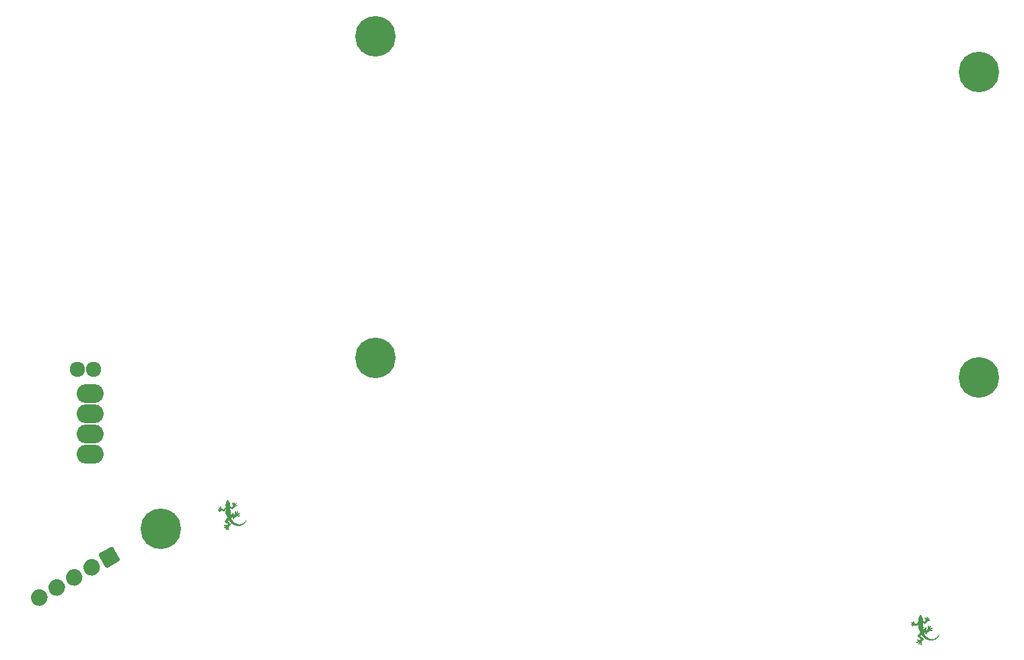
<source format=gbs>
G04 #@! TF.GenerationSoftware,KiCad,Pcbnew,(5.1.12-1-10_14)*
G04 #@! TF.CreationDate,2021-12-25T11:36:38+00:00*
G04 #@! TF.ProjectId,SofleKeyboardTopPlate,536f666c-654b-4657-9962-6f617264546f,rev?*
G04 #@! TF.SameCoordinates,Original*
G04 #@! TF.FileFunction,Soldermask,Bot*
G04 #@! TF.FilePolarity,Negative*
%FSLAX46Y46*%
G04 Gerber Fmt 4.6, Leading zero omitted, Abs format (unit mm)*
G04 Created by KiCad (PCBNEW (5.1.12-1-10_14)) date 2021-12-25 11:36:38*
%MOMM*%
%LPD*%
G01*
G04 APERTURE LIST*
%ADD10C,0.010000*%
%ADD11O,3.400000X2.400000*%
%ADD12O,1.924000X1.924000*%
%ADD13C,1.924000*%
%ADD14C,5.100000*%
G04 APERTURE END LIST*
D10*
G36*
X112355682Y-116856032D02*
G01*
X112327434Y-116900878D01*
X112296394Y-116970368D01*
X112282722Y-117005363D01*
X112260156Y-117061544D01*
X112239259Y-117107842D01*
X112222261Y-117139691D01*
X112211388Y-117152526D01*
X112210875Y-117152595D01*
X112199487Y-117164147D01*
X112195008Y-117195160D01*
X112195000Y-117196792D01*
X112190003Y-117238612D01*
X112177730Y-117283809D01*
X112175292Y-117290243D01*
X112166920Y-117314436D01*
X112162574Y-117339074D01*
X112162222Y-117370171D01*
X112165835Y-117413743D01*
X112173384Y-117475805D01*
X112174342Y-117483171D01*
X112193102Y-117626841D01*
X112052128Y-117811995D01*
X112007145Y-117871074D01*
X111967675Y-117922909D01*
X111936213Y-117964224D01*
X111915252Y-117991744D01*
X111907326Y-118002143D01*
X111893296Y-118002137D01*
X111861396Y-117995278D01*
X111817616Y-117983427D01*
X111767942Y-117968447D01*
X111718363Y-117952200D01*
X111674868Y-117936549D01*
X111643444Y-117923356D01*
X111631624Y-117916398D01*
X111610898Y-117890792D01*
X111586151Y-117849920D01*
X111561154Y-117801484D01*
X111539676Y-117753187D01*
X111525489Y-117712730D01*
X111521900Y-117692268D01*
X111513739Y-117663887D01*
X111494361Y-117650151D01*
X111471426Y-117655704D01*
X111467390Y-117659230D01*
X111459289Y-117677419D01*
X111468244Y-117698844D01*
X111477510Y-117726125D01*
X111483078Y-117766532D01*
X111483800Y-117786571D01*
X111480054Y-117830386D01*
X111467299Y-117854353D01*
X111443268Y-117858956D01*
X111405689Y-117844678D01*
X111355155Y-117813918D01*
X111310450Y-117784694D01*
X111281994Y-117768692D01*
X111265243Y-117764548D01*
X111255653Y-117770898D01*
X111250168Y-117782396D01*
X111248387Y-117810223D01*
X111267657Y-117824436D01*
X111280283Y-117825700D01*
X111302777Y-117835822D01*
X111330193Y-117861034D01*
X111356304Y-117893604D01*
X111374882Y-117925800D01*
X111379828Y-117949289D01*
X111366425Y-117967955D01*
X111338210Y-117988072D01*
X111303608Y-118005490D01*
X111271045Y-118016061D01*
X111248945Y-118015635D01*
X111247285Y-118014560D01*
X111225412Y-118008743D01*
X111202731Y-118016223D01*
X111191903Y-118032685D01*
X111191895Y-118033433D01*
X111200263Y-118063269D01*
X111221293Y-118073722D01*
X111240050Y-118068311D01*
X111272059Y-118058136D01*
X111312843Y-118053960D01*
X111353957Y-118055474D01*
X111386955Y-118062373D01*
X111403352Y-118074245D01*
X111399176Y-118093525D01*
X111381006Y-118121735D01*
X111354855Y-118152156D01*
X111326735Y-118178069D01*
X111302659Y-118192755D01*
X111296190Y-118194000D01*
X111283499Y-118202785D01*
X111283030Y-118222531D01*
X111292536Y-118243321D01*
X111309772Y-118255239D01*
X111310076Y-118255299D01*
X111332276Y-118249040D01*
X111339713Y-118234805D01*
X111353838Y-118218503D01*
X111385698Y-118196374D01*
X111429227Y-118171464D01*
X111478362Y-118146819D01*
X111527037Y-118125484D01*
X111569187Y-118110507D01*
X111598304Y-118104933D01*
X111621951Y-118106720D01*
X111665189Y-118111741D01*
X111722515Y-118119294D01*
X111788427Y-118128677D01*
X111811206Y-118132069D01*
X111875814Y-118141436D01*
X111930812Y-118148728D01*
X111971656Y-118153395D01*
X111993802Y-118154888D01*
X111996418Y-118154461D01*
X112004150Y-118142453D01*
X112022703Y-118112898D01*
X112049541Y-118069852D01*
X112082132Y-118017373D01*
X112092967Y-117999887D01*
X112126719Y-117946209D01*
X112155652Y-117901739D01*
X112177250Y-117870227D01*
X112188996Y-117855425D01*
X112190282Y-117854847D01*
X112190779Y-117868252D01*
X112189775Y-117903575D01*
X112187431Y-117957393D01*
X112183908Y-118026278D01*
X112179370Y-118106805D01*
X112174805Y-118182310D01*
X112154707Y-118505150D01*
X112282765Y-118750899D01*
X112319854Y-118823453D01*
X112351926Y-118888857D01*
X112377395Y-118943654D01*
X112394679Y-118984389D01*
X112402192Y-119007605D01*
X112402086Y-119011249D01*
X112392350Y-119025371D01*
X112369897Y-119056880D01*
X112336981Y-119102643D01*
X112295858Y-119159531D01*
X112248783Y-119224410D01*
X112224070Y-119258386D01*
X112175262Y-119325707D01*
X112131707Y-119386305D01*
X112095569Y-119437125D01*
X112069013Y-119475114D01*
X112054203Y-119497217D01*
X112051872Y-119501381D01*
X112060814Y-119511580D01*
X112087480Y-119534363D01*
X112128993Y-119567460D01*
X112182475Y-119608601D01*
X112245047Y-119655513D01*
X112277550Y-119679476D01*
X112343842Y-119728368D01*
X112402882Y-119772442D01*
X112451696Y-119809436D01*
X112487314Y-119837088D01*
X112506763Y-119853136D01*
X112509476Y-119856032D01*
X112502229Y-119869292D01*
X112478520Y-119890562D01*
X112444225Y-119915763D01*
X112405223Y-119940821D01*
X112367392Y-119961657D01*
X112341050Y-119972839D01*
X112295164Y-119981922D01*
X112229106Y-119986321D01*
X112163250Y-119986175D01*
X112102093Y-119983721D01*
X112060724Y-119979641D01*
X112033538Y-119972895D01*
X112014930Y-119962443D01*
X112009285Y-119957604D01*
X111988698Y-119941050D01*
X111974432Y-119942003D01*
X111960929Y-119953885D01*
X111946905Y-119977517D01*
X111946620Y-119993726D01*
X111952957Y-120013187D01*
X111953700Y-120017488D01*
X111964769Y-120021205D01*
X111991469Y-120022798D01*
X111992223Y-120022800D01*
X112025523Y-120028577D01*
X112068650Y-120043359D01*
X112094607Y-120055161D01*
X112131477Y-120075540D01*
X112149957Y-120092044D01*
X112155187Y-120110357D01*
X112154510Y-120121379D01*
X112146345Y-120144615D01*
X112124546Y-120166699D01*
X112084248Y-120192414D01*
X112079502Y-120195095D01*
X112036605Y-120217607D01*
X111997828Y-120235330D01*
X111976128Y-120243067D01*
X111945914Y-120259217D01*
X111933520Y-120283960D01*
X111942336Y-120310159D01*
X111967264Y-120325852D01*
X111993412Y-120323340D01*
X112010396Y-120303630D01*
X112010420Y-120303557D01*
X112022561Y-120287989D01*
X112050766Y-120275518D01*
X112099650Y-120264119D01*
X112100811Y-120263899D01*
X112145800Y-120256096D01*
X112172854Y-120254285D01*
X112188851Y-120259023D01*
X112200666Y-120270867D01*
X112201582Y-120272067D01*
X112213588Y-120291540D01*
X112218914Y-120313828D01*
X112218224Y-120346397D01*
X112212471Y-120394609D01*
X112203295Y-120435200D01*
X112188566Y-120455337D01*
X112180693Y-120458700D01*
X112164346Y-120468329D01*
X112165827Y-120489066D01*
X112167780Y-120494693D01*
X112186482Y-120521723D01*
X112210416Y-120529086D01*
X112231892Y-120516570D01*
X112241142Y-120496699D01*
X112251467Y-120464443D01*
X112268004Y-120421388D01*
X112278801Y-120395925D01*
X112300506Y-120354148D01*
X112321600Y-120331869D01*
X112340093Y-120324674D01*
X112358062Y-120323182D01*
X112370576Y-120330440D01*
X112381448Y-120351456D01*
X112394491Y-120391235D01*
X112396923Y-120399305D01*
X112408485Y-120445116D01*
X112414604Y-120484470D01*
X112414219Y-120506780D01*
X112416364Y-120534634D01*
X112434007Y-120551417D01*
X112458559Y-120554110D01*
X112481427Y-120539697D01*
X112486387Y-120532133D01*
X112491642Y-120507782D01*
X112479148Y-120491370D01*
X112470189Y-120480222D01*
X112465115Y-120461795D01*
X112463549Y-120431159D01*
X112465114Y-120383383D01*
X112467631Y-120340811D01*
X112471137Y-120290646D01*
X112475783Y-120250358D01*
X112483652Y-120215756D01*
X112496827Y-120182648D01*
X112517389Y-120146843D01*
X112547422Y-120104149D01*
X112589009Y-120050374D01*
X112644233Y-119981327D01*
X112649522Y-119974744D01*
X112681207Y-119936556D01*
X112705419Y-119907072D01*
X112720940Y-119883175D01*
X112726555Y-119861746D01*
X112721048Y-119839667D01*
X112703202Y-119813818D01*
X112671802Y-119781081D01*
X112625632Y-119738338D01*
X112563475Y-119682471D01*
X112520352Y-119643490D01*
X112344054Y-119483215D01*
X112449117Y-119384707D01*
X112491554Y-119345541D01*
X112527210Y-119313801D01*
X112552078Y-119292976D01*
X112561916Y-119286448D01*
X112571460Y-119296630D01*
X112591102Y-119323920D01*
X112617673Y-119363764D01*
X112639034Y-119397224D01*
X112698092Y-119480294D01*
X112772742Y-119568610D01*
X112856314Y-119655183D01*
X112942140Y-119733026D01*
X113009686Y-119785560D01*
X113079406Y-119829960D01*
X113162824Y-119875371D01*
X113251379Y-119917697D01*
X113336512Y-119952837D01*
X113407850Y-119976214D01*
X113493598Y-119994799D01*
X113590428Y-120008921D01*
X113688482Y-120017588D01*
X113777897Y-120019808D01*
X113821133Y-120017816D01*
X113973028Y-119992813D01*
X114119582Y-119944030D01*
X114258703Y-119872877D01*
X114388298Y-119780765D01*
X114506276Y-119669106D01*
X114610546Y-119539309D01*
X114670517Y-119444950D01*
X114699790Y-119394150D01*
X114664554Y-119438600D01*
X114621556Y-119488400D01*
X114566239Y-119546071D01*
X114504225Y-119606340D01*
X114441138Y-119663931D01*
X114382601Y-119713569D01*
X114334237Y-119749981D01*
X114328600Y-119753721D01*
X114202176Y-119822651D01*
X114069029Y-119870911D01*
X113932949Y-119897852D01*
X113797726Y-119902823D01*
X113667149Y-119885173D01*
X113626045Y-119874369D01*
X113546275Y-119845860D01*
X113456007Y-119805771D01*
X113364416Y-119758592D01*
X113280675Y-119708812D01*
X113260663Y-119695550D01*
X113192204Y-119645689D01*
X113130883Y-119593145D01*
X113073659Y-119534288D01*
X113017488Y-119465490D01*
X112959330Y-119383122D01*
X112896141Y-119283556D01*
X112848846Y-119204344D01*
X112774800Y-119078039D01*
X112894475Y-118966936D01*
X112939251Y-118926694D01*
X112976949Y-118895325D01*
X113004049Y-118875572D01*
X113017033Y-118870175D01*
X113017612Y-118870991D01*
X113020064Y-118888795D01*
X113024286Y-118926592D01*
X113029716Y-118979084D01*
X113035788Y-119040971D01*
X113036662Y-119050129D01*
X113052250Y-119214109D01*
X113256052Y-119017576D01*
X113325065Y-118951500D01*
X113379106Y-118901121D01*
X113421080Y-118864089D01*
X113453893Y-118838058D01*
X113480450Y-118820680D01*
X113503657Y-118809608D01*
X113520249Y-118804132D01*
X113565900Y-118796084D01*
X113622441Y-118792868D01*
X113682859Y-118794064D01*
X113740143Y-118799253D01*
X113787281Y-118808016D01*
X113817263Y-118819934D01*
X113819931Y-118822043D01*
X113840564Y-118834646D01*
X113861041Y-118827093D01*
X113864144Y-118824883D01*
X113881869Y-118800751D01*
X113879059Y-118776377D01*
X113858259Y-118760520D01*
X113844849Y-118758509D01*
X113814992Y-118753155D01*
X113774757Y-118740243D01*
X113732521Y-118723207D01*
X113696660Y-118705477D01*
X113675549Y-118690486D01*
X113674079Y-118688536D01*
X113668706Y-118658468D01*
X113688487Y-118626683D01*
X113733246Y-118593400D01*
X113759846Y-118578828D01*
X113803133Y-118557441D01*
X113839810Y-118540466D01*
X113861875Y-118531602D01*
X113880089Y-118515337D01*
X113882620Y-118488868D01*
X113868860Y-118463239D01*
X113843202Y-118448845D01*
X113822284Y-118457471D01*
X113814715Y-118471935D01*
X113799035Y-118489818D01*
X113762346Y-118506069D01*
X113728134Y-118515859D01*
X113684794Y-118526226D01*
X113658505Y-118529600D01*
X113641810Y-118525658D01*
X113627251Y-118514075D01*
X113624477Y-118511347D01*
X113607729Y-118479710D01*
X113601282Y-118435250D01*
X113604785Y-118388065D01*
X113617888Y-118348249D01*
X113630713Y-118331664D01*
X113652731Y-118302124D01*
X113650593Y-118273306D01*
X113641730Y-118261509D01*
X113619197Y-118252544D01*
X113594720Y-118258461D01*
X113580057Y-118275549D01*
X113579302Y-118281206D01*
X113574439Y-118302947D01*
X113561716Y-118339628D01*
X113544726Y-118381325D01*
X113524687Y-118424297D01*
X113508789Y-118448435D01*
X113492673Y-118458838D01*
X113476885Y-118460700D01*
X113457593Y-118458006D01*
X113443971Y-118446183D01*
X113431837Y-118419615D01*
X113420835Y-118385438D01*
X113409711Y-118340956D01*
X113404255Y-118302878D01*
X113404978Y-118283672D01*
X113402173Y-118256694D01*
X113383489Y-118240385D01*
X113357696Y-118239270D01*
X113339942Y-118250115D01*
X113326497Y-118270616D01*
X113333492Y-118293045D01*
X113335074Y-118295632D01*
X113343015Y-118322301D01*
X113348323Y-118370609D01*
X113350631Y-118436894D01*
X113350700Y-118452131D01*
X113350700Y-118583608D01*
X113252542Y-118719758D01*
X113216737Y-118769889D01*
X113189930Y-118805877D01*
X113170377Y-118826241D01*
X113156338Y-118829498D01*
X113146070Y-118814168D01*
X113137831Y-118778767D01*
X113129880Y-118721814D01*
X113120474Y-118641826D01*
X113115977Y-118603575D01*
X113107573Y-118536901D01*
X113099524Y-118480172D01*
X113092513Y-118437697D01*
X113087224Y-118413783D01*
X113085292Y-118410104D01*
X113073972Y-118418297D01*
X113046830Y-118441038D01*
X113006816Y-118475761D01*
X112956878Y-118519903D01*
X112899965Y-118570897D01*
X112888185Y-118581530D01*
X112830615Y-118633288D01*
X112779808Y-118678453D01*
X112738619Y-118714530D01*
X112709903Y-118739023D01*
X112696515Y-118749436D01*
X112695917Y-118749601D01*
X112695669Y-118736505D01*
X112696909Y-118702703D01*
X112699419Y-118652832D01*
X112702982Y-118591527D01*
X112704411Y-118568650D01*
X112707971Y-118500195D01*
X112709378Y-118435160D01*
X112708458Y-118367824D01*
X112705035Y-118292471D01*
X112698936Y-118203382D01*
X112689984Y-118094839D01*
X112689899Y-118093862D01*
X112682780Y-118009940D01*
X112676745Y-117934878D01*
X112672052Y-117872233D01*
X112668960Y-117825560D01*
X112667727Y-117798417D01*
X112668012Y-117792954D01*
X112679911Y-117797274D01*
X112709534Y-117811906D01*
X112752527Y-117834606D01*
X112804535Y-117863130D01*
X112809083Y-117865667D01*
X112861551Y-117894523D01*
X112905275Y-117917695D01*
X112935931Y-117932956D01*
X112949197Y-117938078D01*
X112949384Y-117937975D01*
X112969673Y-117912222D01*
X113001600Y-117874131D01*
X113041851Y-117827416D01*
X113087114Y-117775791D01*
X113134074Y-117722970D01*
X113179420Y-117672667D01*
X113219837Y-117628596D01*
X113252012Y-117594470D01*
X113272633Y-117574004D01*
X113277628Y-117570026D01*
X113320934Y-117550180D01*
X113371328Y-117532003D01*
X113421920Y-117517384D01*
X113465821Y-117508210D01*
X113496143Y-117506370D01*
X113503142Y-117508222D01*
X113528121Y-117510383D01*
X113546990Y-117495098D01*
X113551323Y-117470218D01*
X113549724Y-117464834D01*
X113540761Y-117455451D01*
X113519816Y-117451194D01*
X113481833Y-117451504D01*
X113448626Y-117453660D01*
X113400423Y-117456864D01*
X113371705Y-117456548D01*
X113356653Y-117451407D01*
X113349447Y-117440136D01*
X113346706Y-117430797D01*
X113345787Y-117402641D01*
X113359215Y-117371205D01*
X113389369Y-117332287D01*
X113421694Y-117298352D01*
X113450510Y-117262940D01*
X113459254Y-117235914D01*
X113447760Y-117219707D01*
X113427299Y-117216100D01*
X113405594Y-117224952D01*
X113401478Y-117238325D01*
X113390728Y-117259368D01*
X113363809Y-117283479D01*
X113328663Y-117305735D01*
X113293235Y-117321215D01*
X113265464Y-117325000D01*
X113262673Y-117324326D01*
X113242541Y-117306677D01*
X113225212Y-117273074D01*
X113213625Y-117232960D01*
X113210722Y-117195780D01*
X113216225Y-117175141D01*
X113222240Y-117150657D01*
X113214711Y-117138530D01*
X113191824Y-117128958D01*
X113171085Y-117138782D01*
X113161517Y-117162944D01*
X113161663Y-117168273D01*
X113162747Y-117197843D01*
X113162672Y-117240178D01*
X113162176Y-117262243D01*
X113159076Y-117302675D01*
X113151331Y-117324301D01*
X113136545Y-117333617D01*
X113135767Y-117333826D01*
X113113212Y-117328149D01*
X113085007Y-117305866D01*
X113056873Y-117273085D01*
X113034534Y-117235913D01*
X113027565Y-117218350D01*
X113012069Y-117195779D01*
X112990964Y-117193134D01*
X112967547Y-117204634D01*
X112959679Y-117224096D01*
X112969457Y-117242056D01*
X112979070Y-117246792D01*
X112993615Y-117261956D01*
X113011483Y-117295496D01*
X113030371Y-117341017D01*
X113047975Y-117392127D01*
X113061991Y-117442432D01*
X113070115Y-117485538D01*
X113071248Y-117502606D01*
X113063347Y-117534520D01*
X113040771Y-117582604D01*
X113005112Y-117643517D01*
X113000770Y-117650371D01*
X112930345Y-117760792D01*
X112794448Y-117689703D01*
X112740962Y-117661472D01*
X112695738Y-117637129D01*
X112663536Y-117619270D01*
X112649119Y-117610489D01*
X112649111Y-117610482D01*
X112646221Y-117595248D01*
X112645666Y-117560246D01*
X112647395Y-117510997D01*
X112650489Y-117463748D01*
X112654900Y-117399974D01*
X112656095Y-117355072D01*
X112653653Y-117322671D01*
X112647156Y-117296398D01*
X112637982Y-117273798D01*
X112623004Y-117231579D01*
X112614856Y-117190687D01*
X112614379Y-117182106D01*
X112608030Y-117148906D01*
X112594070Y-117137656D01*
X112580731Y-117124905D01*
X112560123Y-117093243D01*
X112534912Y-117047136D01*
X112511984Y-117000200D01*
X112473293Y-116922369D01*
X112439944Y-116869000D01*
X112410310Y-116840130D01*
X112382765Y-116835795D01*
X112355682Y-116856032D01*
G37*
X112355682Y-116856032D02*
X112327434Y-116900878D01*
X112296394Y-116970368D01*
X112282722Y-117005363D01*
X112260156Y-117061544D01*
X112239259Y-117107842D01*
X112222261Y-117139691D01*
X112211388Y-117152526D01*
X112210875Y-117152595D01*
X112199487Y-117164147D01*
X112195008Y-117195160D01*
X112195000Y-117196792D01*
X112190003Y-117238612D01*
X112177730Y-117283809D01*
X112175292Y-117290243D01*
X112166920Y-117314436D01*
X112162574Y-117339074D01*
X112162222Y-117370171D01*
X112165835Y-117413743D01*
X112173384Y-117475805D01*
X112174342Y-117483171D01*
X112193102Y-117626841D01*
X112052128Y-117811995D01*
X112007145Y-117871074D01*
X111967675Y-117922909D01*
X111936213Y-117964224D01*
X111915252Y-117991744D01*
X111907326Y-118002143D01*
X111893296Y-118002137D01*
X111861396Y-117995278D01*
X111817616Y-117983427D01*
X111767942Y-117968447D01*
X111718363Y-117952200D01*
X111674868Y-117936549D01*
X111643444Y-117923356D01*
X111631624Y-117916398D01*
X111610898Y-117890792D01*
X111586151Y-117849920D01*
X111561154Y-117801484D01*
X111539676Y-117753187D01*
X111525489Y-117712730D01*
X111521900Y-117692268D01*
X111513739Y-117663887D01*
X111494361Y-117650151D01*
X111471426Y-117655704D01*
X111467390Y-117659230D01*
X111459289Y-117677419D01*
X111468244Y-117698844D01*
X111477510Y-117726125D01*
X111483078Y-117766532D01*
X111483800Y-117786571D01*
X111480054Y-117830386D01*
X111467299Y-117854353D01*
X111443268Y-117858956D01*
X111405689Y-117844678D01*
X111355155Y-117813918D01*
X111310450Y-117784694D01*
X111281994Y-117768692D01*
X111265243Y-117764548D01*
X111255653Y-117770898D01*
X111250168Y-117782396D01*
X111248387Y-117810223D01*
X111267657Y-117824436D01*
X111280283Y-117825700D01*
X111302777Y-117835822D01*
X111330193Y-117861034D01*
X111356304Y-117893604D01*
X111374882Y-117925800D01*
X111379828Y-117949289D01*
X111366425Y-117967955D01*
X111338210Y-117988072D01*
X111303608Y-118005490D01*
X111271045Y-118016061D01*
X111248945Y-118015635D01*
X111247285Y-118014560D01*
X111225412Y-118008743D01*
X111202731Y-118016223D01*
X111191903Y-118032685D01*
X111191895Y-118033433D01*
X111200263Y-118063269D01*
X111221293Y-118073722D01*
X111240050Y-118068311D01*
X111272059Y-118058136D01*
X111312843Y-118053960D01*
X111353957Y-118055474D01*
X111386955Y-118062373D01*
X111403352Y-118074245D01*
X111399176Y-118093525D01*
X111381006Y-118121735D01*
X111354855Y-118152156D01*
X111326735Y-118178069D01*
X111302659Y-118192755D01*
X111296190Y-118194000D01*
X111283499Y-118202785D01*
X111283030Y-118222531D01*
X111292536Y-118243321D01*
X111309772Y-118255239D01*
X111310076Y-118255299D01*
X111332276Y-118249040D01*
X111339713Y-118234805D01*
X111353838Y-118218503D01*
X111385698Y-118196374D01*
X111429227Y-118171464D01*
X111478362Y-118146819D01*
X111527037Y-118125484D01*
X111569187Y-118110507D01*
X111598304Y-118104933D01*
X111621951Y-118106720D01*
X111665189Y-118111741D01*
X111722515Y-118119294D01*
X111788427Y-118128677D01*
X111811206Y-118132069D01*
X111875814Y-118141436D01*
X111930812Y-118148728D01*
X111971656Y-118153395D01*
X111993802Y-118154888D01*
X111996418Y-118154461D01*
X112004150Y-118142453D01*
X112022703Y-118112898D01*
X112049541Y-118069852D01*
X112082132Y-118017373D01*
X112092967Y-117999887D01*
X112126719Y-117946209D01*
X112155652Y-117901739D01*
X112177250Y-117870227D01*
X112188996Y-117855425D01*
X112190282Y-117854847D01*
X112190779Y-117868252D01*
X112189775Y-117903575D01*
X112187431Y-117957393D01*
X112183908Y-118026278D01*
X112179370Y-118106805D01*
X112174805Y-118182310D01*
X112154707Y-118505150D01*
X112282765Y-118750899D01*
X112319854Y-118823453D01*
X112351926Y-118888857D01*
X112377395Y-118943654D01*
X112394679Y-118984389D01*
X112402192Y-119007605D01*
X112402086Y-119011249D01*
X112392350Y-119025371D01*
X112369897Y-119056880D01*
X112336981Y-119102643D01*
X112295858Y-119159531D01*
X112248783Y-119224410D01*
X112224070Y-119258386D01*
X112175262Y-119325707D01*
X112131707Y-119386305D01*
X112095569Y-119437125D01*
X112069013Y-119475114D01*
X112054203Y-119497217D01*
X112051872Y-119501381D01*
X112060814Y-119511580D01*
X112087480Y-119534363D01*
X112128993Y-119567460D01*
X112182475Y-119608601D01*
X112245047Y-119655513D01*
X112277550Y-119679476D01*
X112343842Y-119728368D01*
X112402882Y-119772442D01*
X112451696Y-119809436D01*
X112487314Y-119837088D01*
X112506763Y-119853136D01*
X112509476Y-119856032D01*
X112502229Y-119869292D01*
X112478520Y-119890562D01*
X112444225Y-119915763D01*
X112405223Y-119940821D01*
X112367392Y-119961657D01*
X112341050Y-119972839D01*
X112295164Y-119981922D01*
X112229106Y-119986321D01*
X112163250Y-119986175D01*
X112102093Y-119983721D01*
X112060724Y-119979641D01*
X112033538Y-119972895D01*
X112014930Y-119962443D01*
X112009285Y-119957604D01*
X111988698Y-119941050D01*
X111974432Y-119942003D01*
X111960929Y-119953885D01*
X111946905Y-119977517D01*
X111946620Y-119993726D01*
X111952957Y-120013187D01*
X111953700Y-120017488D01*
X111964769Y-120021205D01*
X111991469Y-120022798D01*
X111992223Y-120022800D01*
X112025523Y-120028577D01*
X112068650Y-120043359D01*
X112094607Y-120055161D01*
X112131477Y-120075540D01*
X112149957Y-120092044D01*
X112155187Y-120110357D01*
X112154510Y-120121379D01*
X112146345Y-120144615D01*
X112124546Y-120166699D01*
X112084248Y-120192414D01*
X112079502Y-120195095D01*
X112036605Y-120217607D01*
X111997828Y-120235330D01*
X111976128Y-120243067D01*
X111945914Y-120259217D01*
X111933520Y-120283960D01*
X111942336Y-120310159D01*
X111967264Y-120325852D01*
X111993412Y-120323340D01*
X112010396Y-120303630D01*
X112010420Y-120303557D01*
X112022561Y-120287989D01*
X112050766Y-120275518D01*
X112099650Y-120264119D01*
X112100811Y-120263899D01*
X112145800Y-120256096D01*
X112172854Y-120254285D01*
X112188851Y-120259023D01*
X112200666Y-120270867D01*
X112201582Y-120272067D01*
X112213588Y-120291540D01*
X112218914Y-120313828D01*
X112218224Y-120346397D01*
X112212471Y-120394609D01*
X112203295Y-120435200D01*
X112188566Y-120455337D01*
X112180693Y-120458700D01*
X112164346Y-120468329D01*
X112165827Y-120489066D01*
X112167780Y-120494693D01*
X112186482Y-120521723D01*
X112210416Y-120529086D01*
X112231892Y-120516570D01*
X112241142Y-120496699D01*
X112251467Y-120464443D01*
X112268004Y-120421388D01*
X112278801Y-120395925D01*
X112300506Y-120354148D01*
X112321600Y-120331869D01*
X112340093Y-120324674D01*
X112358062Y-120323182D01*
X112370576Y-120330440D01*
X112381448Y-120351456D01*
X112394491Y-120391235D01*
X112396923Y-120399305D01*
X112408485Y-120445116D01*
X112414604Y-120484470D01*
X112414219Y-120506780D01*
X112416364Y-120534634D01*
X112434007Y-120551417D01*
X112458559Y-120554110D01*
X112481427Y-120539697D01*
X112486387Y-120532133D01*
X112491642Y-120507782D01*
X112479148Y-120491370D01*
X112470189Y-120480222D01*
X112465115Y-120461795D01*
X112463549Y-120431159D01*
X112465114Y-120383383D01*
X112467631Y-120340811D01*
X112471137Y-120290646D01*
X112475783Y-120250358D01*
X112483652Y-120215756D01*
X112496827Y-120182648D01*
X112517389Y-120146843D01*
X112547422Y-120104149D01*
X112589009Y-120050374D01*
X112644233Y-119981327D01*
X112649522Y-119974744D01*
X112681207Y-119936556D01*
X112705419Y-119907072D01*
X112720940Y-119883175D01*
X112726555Y-119861746D01*
X112721048Y-119839667D01*
X112703202Y-119813818D01*
X112671802Y-119781081D01*
X112625632Y-119738338D01*
X112563475Y-119682471D01*
X112520352Y-119643490D01*
X112344054Y-119483215D01*
X112449117Y-119384707D01*
X112491554Y-119345541D01*
X112527210Y-119313801D01*
X112552078Y-119292976D01*
X112561916Y-119286448D01*
X112571460Y-119296630D01*
X112591102Y-119323920D01*
X112617673Y-119363764D01*
X112639034Y-119397224D01*
X112698092Y-119480294D01*
X112772742Y-119568610D01*
X112856314Y-119655183D01*
X112942140Y-119733026D01*
X113009686Y-119785560D01*
X113079406Y-119829960D01*
X113162824Y-119875371D01*
X113251379Y-119917697D01*
X113336512Y-119952837D01*
X113407850Y-119976214D01*
X113493598Y-119994799D01*
X113590428Y-120008921D01*
X113688482Y-120017588D01*
X113777897Y-120019808D01*
X113821133Y-120017816D01*
X113973028Y-119992813D01*
X114119582Y-119944030D01*
X114258703Y-119872877D01*
X114388298Y-119780765D01*
X114506276Y-119669106D01*
X114610546Y-119539309D01*
X114670517Y-119444950D01*
X114699790Y-119394150D01*
X114664554Y-119438600D01*
X114621556Y-119488400D01*
X114566239Y-119546071D01*
X114504225Y-119606340D01*
X114441138Y-119663931D01*
X114382601Y-119713569D01*
X114334237Y-119749981D01*
X114328600Y-119753721D01*
X114202176Y-119822651D01*
X114069029Y-119870911D01*
X113932949Y-119897852D01*
X113797726Y-119902823D01*
X113667149Y-119885173D01*
X113626045Y-119874369D01*
X113546275Y-119845860D01*
X113456007Y-119805771D01*
X113364416Y-119758592D01*
X113280675Y-119708812D01*
X113260663Y-119695550D01*
X113192204Y-119645689D01*
X113130883Y-119593145D01*
X113073659Y-119534288D01*
X113017488Y-119465490D01*
X112959330Y-119383122D01*
X112896141Y-119283556D01*
X112848846Y-119204344D01*
X112774800Y-119078039D01*
X112894475Y-118966936D01*
X112939251Y-118926694D01*
X112976949Y-118895325D01*
X113004049Y-118875572D01*
X113017033Y-118870175D01*
X113017612Y-118870991D01*
X113020064Y-118888795D01*
X113024286Y-118926592D01*
X113029716Y-118979084D01*
X113035788Y-119040971D01*
X113036662Y-119050129D01*
X113052250Y-119214109D01*
X113256052Y-119017576D01*
X113325065Y-118951500D01*
X113379106Y-118901121D01*
X113421080Y-118864089D01*
X113453893Y-118838058D01*
X113480450Y-118820680D01*
X113503657Y-118809608D01*
X113520249Y-118804132D01*
X113565900Y-118796084D01*
X113622441Y-118792868D01*
X113682859Y-118794064D01*
X113740143Y-118799253D01*
X113787281Y-118808016D01*
X113817263Y-118819934D01*
X113819931Y-118822043D01*
X113840564Y-118834646D01*
X113861041Y-118827093D01*
X113864144Y-118824883D01*
X113881869Y-118800751D01*
X113879059Y-118776377D01*
X113858259Y-118760520D01*
X113844849Y-118758509D01*
X113814992Y-118753155D01*
X113774757Y-118740243D01*
X113732521Y-118723207D01*
X113696660Y-118705477D01*
X113675549Y-118690486D01*
X113674079Y-118688536D01*
X113668706Y-118658468D01*
X113688487Y-118626683D01*
X113733246Y-118593400D01*
X113759846Y-118578828D01*
X113803133Y-118557441D01*
X113839810Y-118540466D01*
X113861875Y-118531602D01*
X113880089Y-118515337D01*
X113882620Y-118488868D01*
X113868860Y-118463239D01*
X113843202Y-118448845D01*
X113822284Y-118457471D01*
X113814715Y-118471935D01*
X113799035Y-118489818D01*
X113762346Y-118506069D01*
X113728134Y-118515859D01*
X113684794Y-118526226D01*
X113658505Y-118529600D01*
X113641810Y-118525658D01*
X113627251Y-118514075D01*
X113624477Y-118511347D01*
X113607729Y-118479710D01*
X113601282Y-118435250D01*
X113604785Y-118388065D01*
X113617888Y-118348249D01*
X113630713Y-118331664D01*
X113652731Y-118302124D01*
X113650593Y-118273306D01*
X113641730Y-118261509D01*
X113619197Y-118252544D01*
X113594720Y-118258461D01*
X113580057Y-118275549D01*
X113579302Y-118281206D01*
X113574439Y-118302947D01*
X113561716Y-118339628D01*
X113544726Y-118381325D01*
X113524687Y-118424297D01*
X113508789Y-118448435D01*
X113492673Y-118458838D01*
X113476885Y-118460700D01*
X113457593Y-118458006D01*
X113443971Y-118446183D01*
X113431837Y-118419615D01*
X113420835Y-118385438D01*
X113409711Y-118340956D01*
X113404255Y-118302878D01*
X113404978Y-118283672D01*
X113402173Y-118256694D01*
X113383489Y-118240385D01*
X113357696Y-118239270D01*
X113339942Y-118250115D01*
X113326497Y-118270616D01*
X113333492Y-118293045D01*
X113335074Y-118295632D01*
X113343015Y-118322301D01*
X113348323Y-118370609D01*
X113350631Y-118436894D01*
X113350700Y-118452131D01*
X113350700Y-118583608D01*
X113252542Y-118719758D01*
X113216737Y-118769889D01*
X113189930Y-118805877D01*
X113170377Y-118826241D01*
X113156338Y-118829498D01*
X113146070Y-118814168D01*
X113137831Y-118778767D01*
X113129880Y-118721814D01*
X113120474Y-118641826D01*
X113115977Y-118603575D01*
X113107573Y-118536901D01*
X113099524Y-118480172D01*
X113092513Y-118437697D01*
X113087224Y-118413783D01*
X113085292Y-118410104D01*
X113073972Y-118418297D01*
X113046830Y-118441038D01*
X113006816Y-118475761D01*
X112956878Y-118519903D01*
X112899965Y-118570897D01*
X112888185Y-118581530D01*
X112830615Y-118633288D01*
X112779808Y-118678453D01*
X112738619Y-118714530D01*
X112709903Y-118739023D01*
X112696515Y-118749436D01*
X112695917Y-118749601D01*
X112695669Y-118736505D01*
X112696909Y-118702703D01*
X112699419Y-118652832D01*
X112702982Y-118591527D01*
X112704411Y-118568650D01*
X112707971Y-118500195D01*
X112709378Y-118435160D01*
X112708458Y-118367824D01*
X112705035Y-118292471D01*
X112698936Y-118203382D01*
X112689984Y-118094839D01*
X112689899Y-118093862D01*
X112682780Y-118009940D01*
X112676745Y-117934878D01*
X112672052Y-117872233D01*
X112668960Y-117825560D01*
X112667727Y-117798417D01*
X112668012Y-117792954D01*
X112679911Y-117797274D01*
X112709534Y-117811906D01*
X112752527Y-117834606D01*
X112804535Y-117863130D01*
X112809083Y-117865667D01*
X112861551Y-117894523D01*
X112905275Y-117917695D01*
X112935931Y-117932956D01*
X112949197Y-117938078D01*
X112949384Y-117937975D01*
X112969673Y-117912222D01*
X113001600Y-117874131D01*
X113041851Y-117827416D01*
X113087114Y-117775791D01*
X113134074Y-117722970D01*
X113179420Y-117672667D01*
X113219837Y-117628596D01*
X113252012Y-117594470D01*
X113272633Y-117574004D01*
X113277628Y-117570026D01*
X113320934Y-117550180D01*
X113371328Y-117532003D01*
X113421920Y-117517384D01*
X113465821Y-117508210D01*
X113496143Y-117506370D01*
X113503142Y-117508222D01*
X113528121Y-117510383D01*
X113546990Y-117495098D01*
X113551323Y-117470218D01*
X113549724Y-117464834D01*
X113540761Y-117455451D01*
X113519816Y-117451194D01*
X113481833Y-117451504D01*
X113448626Y-117453660D01*
X113400423Y-117456864D01*
X113371705Y-117456548D01*
X113356653Y-117451407D01*
X113349447Y-117440136D01*
X113346706Y-117430797D01*
X113345787Y-117402641D01*
X113359215Y-117371205D01*
X113389369Y-117332287D01*
X113421694Y-117298352D01*
X113450510Y-117262940D01*
X113459254Y-117235914D01*
X113447760Y-117219707D01*
X113427299Y-117216100D01*
X113405594Y-117224952D01*
X113401478Y-117238325D01*
X113390728Y-117259368D01*
X113363809Y-117283479D01*
X113328663Y-117305735D01*
X113293235Y-117321215D01*
X113265464Y-117325000D01*
X113262673Y-117324326D01*
X113242541Y-117306677D01*
X113225212Y-117273074D01*
X113213625Y-117232960D01*
X113210722Y-117195780D01*
X113216225Y-117175141D01*
X113222240Y-117150657D01*
X113214711Y-117138530D01*
X113191824Y-117128958D01*
X113171085Y-117138782D01*
X113161517Y-117162944D01*
X113161663Y-117168273D01*
X113162747Y-117197843D01*
X113162672Y-117240178D01*
X113162176Y-117262243D01*
X113159076Y-117302675D01*
X113151331Y-117324301D01*
X113136545Y-117333617D01*
X113135767Y-117333826D01*
X113113212Y-117328149D01*
X113085007Y-117305866D01*
X113056873Y-117273085D01*
X113034534Y-117235913D01*
X113027565Y-117218350D01*
X113012069Y-117195779D01*
X112990964Y-117193134D01*
X112967547Y-117204634D01*
X112959679Y-117224096D01*
X112969457Y-117242056D01*
X112979070Y-117246792D01*
X112993615Y-117261956D01*
X113011483Y-117295496D01*
X113030371Y-117341017D01*
X113047975Y-117392127D01*
X113061991Y-117442432D01*
X113070115Y-117485538D01*
X113071248Y-117502606D01*
X113063347Y-117534520D01*
X113040771Y-117582604D01*
X113005112Y-117643517D01*
X113000770Y-117650371D01*
X112930345Y-117760792D01*
X112794448Y-117689703D01*
X112740962Y-117661472D01*
X112695738Y-117637129D01*
X112663536Y-117619270D01*
X112649119Y-117610489D01*
X112649111Y-117610482D01*
X112646221Y-117595248D01*
X112645666Y-117560246D01*
X112647395Y-117510997D01*
X112650489Y-117463748D01*
X112654900Y-117399974D01*
X112656095Y-117355072D01*
X112653653Y-117322671D01*
X112647156Y-117296398D01*
X112637982Y-117273798D01*
X112623004Y-117231579D01*
X112614856Y-117190687D01*
X112614379Y-117182106D01*
X112608030Y-117148906D01*
X112594070Y-117137656D01*
X112580731Y-117124905D01*
X112560123Y-117093243D01*
X112534912Y-117047136D01*
X112511984Y-117000200D01*
X112473293Y-116922369D01*
X112439944Y-116869000D01*
X112410310Y-116840130D01*
X112382765Y-116835795D01*
X112355682Y-116856032D01*
G36*
X199541682Y-131282032D02*
G01*
X199513434Y-131326878D01*
X199482394Y-131396368D01*
X199468722Y-131431363D01*
X199446156Y-131487544D01*
X199425259Y-131533842D01*
X199408261Y-131565691D01*
X199397388Y-131578526D01*
X199396875Y-131578595D01*
X199385487Y-131590147D01*
X199381008Y-131621160D01*
X199381000Y-131622792D01*
X199376003Y-131664612D01*
X199363730Y-131709809D01*
X199361292Y-131716243D01*
X199352920Y-131740436D01*
X199348574Y-131765074D01*
X199348222Y-131796171D01*
X199351835Y-131839743D01*
X199359384Y-131901805D01*
X199360342Y-131909171D01*
X199379102Y-132052841D01*
X199238128Y-132237995D01*
X199193145Y-132297074D01*
X199153675Y-132348909D01*
X199122213Y-132390224D01*
X199101252Y-132417744D01*
X199093326Y-132428143D01*
X199079296Y-132428137D01*
X199047396Y-132421278D01*
X199003616Y-132409427D01*
X198953942Y-132394447D01*
X198904363Y-132378200D01*
X198860868Y-132362549D01*
X198829444Y-132349356D01*
X198817624Y-132342398D01*
X198796898Y-132316792D01*
X198772151Y-132275920D01*
X198747154Y-132227484D01*
X198725676Y-132179187D01*
X198711489Y-132138730D01*
X198707900Y-132118268D01*
X198699739Y-132089887D01*
X198680361Y-132076151D01*
X198657426Y-132081704D01*
X198653390Y-132085230D01*
X198645289Y-132103419D01*
X198654244Y-132124844D01*
X198663510Y-132152125D01*
X198669078Y-132192532D01*
X198669800Y-132212571D01*
X198666054Y-132256386D01*
X198653299Y-132280353D01*
X198629268Y-132284956D01*
X198591689Y-132270678D01*
X198541155Y-132239918D01*
X198496450Y-132210694D01*
X198467994Y-132194692D01*
X198451243Y-132190548D01*
X198441653Y-132196898D01*
X198436168Y-132208396D01*
X198434387Y-132236223D01*
X198453657Y-132250436D01*
X198466283Y-132251700D01*
X198488777Y-132261822D01*
X198516193Y-132287034D01*
X198542304Y-132319604D01*
X198560882Y-132351800D01*
X198565828Y-132375289D01*
X198552425Y-132393955D01*
X198524210Y-132414072D01*
X198489608Y-132431490D01*
X198457045Y-132442061D01*
X198434945Y-132441635D01*
X198433285Y-132440560D01*
X198411412Y-132434743D01*
X198388731Y-132442223D01*
X198377903Y-132458685D01*
X198377895Y-132459433D01*
X198386263Y-132489269D01*
X198407293Y-132499722D01*
X198426050Y-132494311D01*
X198458059Y-132484136D01*
X198498843Y-132479960D01*
X198539957Y-132481474D01*
X198572955Y-132488373D01*
X198589352Y-132500245D01*
X198585176Y-132519525D01*
X198567006Y-132547735D01*
X198540855Y-132578156D01*
X198512735Y-132604069D01*
X198488659Y-132618755D01*
X198482190Y-132620000D01*
X198469499Y-132628785D01*
X198469030Y-132648531D01*
X198478536Y-132669321D01*
X198495772Y-132681239D01*
X198496076Y-132681299D01*
X198518276Y-132675040D01*
X198525713Y-132660805D01*
X198539838Y-132644503D01*
X198571698Y-132622374D01*
X198615227Y-132597464D01*
X198664362Y-132572819D01*
X198713037Y-132551484D01*
X198755187Y-132536507D01*
X198784304Y-132530933D01*
X198807951Y-132532720D01*
X198851189Y-132537741D01*
X198908515Y-132545294D01*
X198974427Y-132554677D01*
X198997206Y-132558069D01*
X199061814Y-132567436D01*
X199116812Y-132574728D01*
X199157656Y-132579395D01*
X199179802Y-132580888D01*
X199182418Y-132580461D01*
X199190150Y-132568453D01*
X199208703Y-132538898D01*
X199235541Y-132495852D01*
X199268132Y-132443373D01*
X199278967Y-132425887D01*
X199312719Y-132372209D01*
X199341652Y-132327739D01*
X199363250Y-132296227D01*
X199374996Y-132281425D01*
X199376282Y-132280847D01*
X199376779Y-132294252D01*
X199375775Y-132329575D01*
X199373431Y-132383393D01*
X199369908Y-132452278D01*
X199365370Y-132532805D01*
X199360805Y-132608310D01*
X199340707Y-132931150D01*
X199468765Y-133176899D01*
X199505854Y-133249453D01*
X199537926Y-133314857D01*
X199563395Y-133369654D01*
X199580679Y-133410389D01*
X199588192Y-133433605D01*
X199588086Y-133437249D01*
X199578350Y-133451371D01*
X199555897Y-133482880D01*
X199522981Y-133528643D01*
X199481858Y-133585531D01*
X199434783Y-133650410D01*
X199410070Y-133684386D01*
X199361262Y-133751707D01*
X199317707Y-133812305D01*
X199281569Y-133863125D01*
X199255013Y-133901114D01*
X199240203Y-133923217D01*
X199237872Y-133927381D01*
X199246814Y-133937580D01*
X199273480Y-133960363D01*
X199314993Y-133993460D01*
X199368475Y-134034601D01*
X199431047Y-134081513D01*
X199463550Y-134105476D01*
X199529842Y-134154368D01*
X199588882Y-134198442D01*
X199637696Y-134235436D01*
X199673314Y-134263088D01*
X199692763Y-134279136D01*
X199695476Y-134282032D01*
X199688229Y-134295292D01*
X199664520Y-134316562D01*
X199630225Y-134341763D01*
X199591223Y-134366821D01*
X199553392Y-134387657D01*
X199527050Y-134398839D01*
X199481164Y-134407922D01*
X199415106Y-134412321D01*
X199349250Y-134412175D01*
X199288093Y-134409721D01*
X199246724Y-134405641D01*
X199219538Y-134398895D01*
X199200930Y-134388443D01*
X199195285Y-134383604D01*
X199174698Y-134367050D01*
X199160432Y-134368003D01*
X199146929Y-134379885D01*
X199132905Y-134403517D01*
X199132620Y-134419726D01*
X199138957Y-134439187D01*
X199139700Y-134443488D01*
X199150769Y-134447205D01*
X199177469Y-134448798D01*
X199178223Y-134448800D01*
X199211523Y-134454577D01*
X199254650Y-134469359D01*
X199280607Y-134481161D01*
X199317477Y-134501540D01*
X199335957Y-134518044D01*
X199341187Y-134536357D01*
X199340510Y-134547379D01*
X199332345Y-134570615D01*
X199310546Y-134592699D01*
X199270248Y-134618414D01*
X199265502Y-134621095D01*
X199222605Y-134643607D01*
X199183828Y-134661330D01*
X199162128Y-134669067D01*
X199131914Y-134685217D01*
X199119520Y-134709960D01*
X199128336Y-134736159D01*
X199153264Y-134751852D01*
X199179412Y-134749340D01*
X199196396Y-134729630D01*
X199196420Y-134729557D01*
X199208561Y-134713989D01*
X199236766Y-134701518D01*
X199285650Y-134690119D01*
X199286811Y-134689899D01*
X199331800Y-134682096D01*
X199358854Y-134680285D01*
X199374851Y-134685023D01*
X199386666Y-134696867D01*
X199387582Y-134698067D01*
X199399588Y-134717540D01*
X199404914Y-134739828D01*
X199404224Y-134772397D01*
X199398471Y-134820609D01*
X199389295Y-134861200D01*
X199374566Y-134881337D01*
X199366693Y-134884700D01*
X199350346Y-134894329D01*
X199351827Y-134915066D01*
X199353780Y-134920693D01*
X199372482Y-134947723D01*
X199396416Y-134955086D01*
X199417892Y-134942570D01*
X199427142Y-134922699D01*
X199437467Y-134890443D01*
X199454004Y-134847388D01*
X199464801Y-134821925D01*
X199486506Y-134780148D01*
X199507600Y-134757869D01*
X199526093Y-134750674D01*
X199544062Y-134749182D01*
X199556576Y-134756440D01*
X199567448Y-134777456D01*
X199580491Y-134817235D01*
X199582923Y-134825305D01*
X199594485Y-134871116D01*
X199600604Y-134910470D01*
X199600219Y-134932780D01*
X199602364Y-134960634D01*
X199620007Y-134977417D01*
X199644559Y-134980110D01*
X199667427Y-134965697D01*
X199672387Y-134958133D01*
X199677642Y-134933782D01*
X199665148Y-134917370D01*
X199656189Y-134906222D01*
X199651115Y-134887795D01*
X199649549Y-134857159D01*
X199651114Y-134809383D01*
X199653631Y-134766811D01*
X199657137Y-134716646D01*
X199661783Y-134676358D01*
X199669652Y-134641756D01*
X199682827Y-134608648D01*
X199703389Y-134572843D01*
X199733422Y-134530149D01*
X199775009Y-134476374D01*
X199830233Y-134407327D01*
X199835522Y-134400744D01*
X199867207Y-134362556D01*
X199891419Y-134333072D01*
X199906940Y-134309175D01*
X199912555Y-134287746D01*
X199907048Y-134265667D01*
X199889202Y-134239818D01*
X199857802Y-134207081D01*
X199811632Y-134164338D01*
X199749475Y-134108471D01*
X199706352Y-134069490D01*
X199530054Y-133909215D01*
X199635117Y-133810707D01*
X199677554Y-133771541D01*
X199713210Y-133739801D01*
X199738078Y-133718976D01*
X199747916Y-133712448D01*
X199757460Y-133722630D01*
X199777102Y-133749920D01*
X199803673Y-133789764D01*
X199825034Y-133823224D01*
X199884092Y-133906294D01*
X199958742Y-133994610D01*
X200042314Y-134081183D01*
X200128140Y-134159026D01*
X200195686Y-134211560D01*
X200265406Y-134255960D01*
X200348824Y-134301371D01*
X200437379Y-134343697D01*
X200522512Y-134378837D01*
X200593850Y-134402214D01*
X200679598Y-134420799D01*
X200776428Y-134434921D01*
X200874482Y-134443588D01*
X200963897Y-134445808D01*
X201007133Y-134443816D01*
X201159028Y-134418813D01*
X201305582Y-134370030D01*
X201444703Y-134298877D01*
X201574298Y-134206765D01*
X201692276Y-134095106D01*
X201796546Y-133965309D01*
X201856517Y-133870950D01*
X201885790Y-133820150D01*
X201850554Y-133864600D01*
X201807556Y-133914400D01*
X201752239Y-133972071D01*
X201690225Y-134032340D01*
X201627138Y-134089931D01*
X201568601Y-134139569D01*
X201520237Y-134175981D01*
X201514600Y-134179721D01*
X201388176Y-134248651D01*
X201255029Y-134296911D01*
X201118949Y-134323852D01*
X200983726Y-134328823D01*
X200853149Y-134311173D01*
X200812045Y-134300369D01*
X200732275Y-134271860D01*
X200642007Y-134231771D01*
X200550416Y-134184592D01*
X200466675Y-134134812D01*
X200446663Y-134121550D01*
X200378204Y-134071689D01*
X200316883Y-134019145D01*
X200259659Y-133960288D01*
X200203488Y-133891490D01*
X200145330Y-133809122D01*
X200082141Y-133709556D01*
X200034846Y-133630344D01*
X199960800Y-133504039D01*
X200080475Y-133392936D01*
X200125251Y-133352694D01*
X200162949Y-133321325D01*
X200190049Y-133301572D01*
X200203033Y-133296175D01*
X200203612Y-133296991D01*
X200206064Y-133314795D01*
X200210286Y-133352592D01*
X200215716Y-133405084D01*
X200221788Y-133466971D01*
X200222662Y-133476129D01*
X200238250Y-133640109D01*
X200442052Y-133443576D01*
X200511065Y-133377500D01*
X200565106Y-133327121D01*
X200607080Y-133290089D01*
X200639893Y-133264058D01*
X200666450Y-133246680D01*
X200689657Y-133235608D01*
X200706249Y-133230132D01*
X200751900Y-133222084D01*
X200808441Y-133218868D01*
X200868859Y-133220064D01*
X200926143Y-133225253D01*
X200973281Y-133234016D01*
X201003263Y-133245934D01*
X201005931Y-133248043D01*
X201026564Y-133260646D01*
X201047041Y-133253093D01*
X201050144Y-133250883D01*
X201067869Y-133226751D01*
X201065059Y-133202377D01*
X201044259Y-133186520D01*
X201030849Y-133184509D01*
X201000992Y-133179155D01*
X200960757Y-133166243D01*
X200918521Y-133149207D01*
X200882660Y-133131477D01*
X200861549Y-133116486D01*
X200860079Y-133114536D01*
X200854706Y-133084468D01*
X200874487Y-133052683D01*
X200919246Y-133019400D01*
X200945846Y-133004828D01*
X200989133Y-132983441D01*
X201025810Y-132966466D01*
X201047875Y-132957602D01*
X201066089Y-132941337D01*
X201068620Y-132914868D01*
X201054860Y-132889239D01*
X201029202Y-132874845D01*
X201008284Y-132883471D01*
X201000715Y-132897935D01*
X200985035Y-132915818D01*
X200948346Y-132932069D01*
X200914134Y-132941859D01*
X200870794Y-132952226D01*
X200844505Y-132955600D01*
X200827810Y-132951658D01*
X200813251Y-132940075D01*
X200810477Y-132937347D01*
X200793729Y-132905710D01*
X200787282Y-132861250D01*
X200790785Y-132814065D01*
X200803888Y-132774249D01*
X200816713Y-132757664D01*
X200838731Y-132728124D01*
X200836593Y-132699306D01*
X200827730Y-132687509D01*
X200805197Y-132678544D01*
X200780720Y-132684461D01*
X200766057Y-132701549D01*
X200765302Y-132707206D01*
X200760439Y-132728947D01*
X200747716Y-132765628D01*
X200730726Y-132807325D01*
X200710687Y-132850297D01*
X200694789Y-132874435D01*
X200678673Y-132884838D01*
X200662885Y-132886700D01*
X200643593Y-132884006D01*
X200629971Y-132872183D01*
X200617837Y-132845615D01*
X200606835Y-132811438D01*
X200595711Y-132766956D01*
X200590255Y-132728878D01*
X200590978Y-132709672D01*
X200588173Y-132682694D01*
X200569489Y-132666385D01*
X200543696Y-132665270D01*
X200525942Y-132676115D01*
X200512497Y-132696616D01*
X200519492Y-132719045D01*
X200521074Y-132721632D01*
X200529015Y-132748301D01*
X200534323Y-132796609D01*
X200536631Y-132862894D01*
X200536700Y-132878131D01*
X200536700Y-133009608D01*
X200438542Y-133145758D01*
X200402737Y-133195889D01*
X200375930Y-133231877D01*
X200356377Y-133252241D01*
X200342338Y-133255498D01*
X200332070Y-133240168D01*
X200323831Y-133204767D01*
X200315880Y-133147814D01*
X200306474Y-133067826D01*
X200301977Y-133029575D01*
X200293573Y-132962901D01*
X200285524Y-132906172D01*
X200278513Y-132863697D01*
X200273224Y-132839783D01*
X200271292Y-132836104D01*
X200259972Y-132844297D01*
X200232830Y-132867038D01*
X200192816Y-132901761D01*
X200142878Y-132945903D01*
X200085965Y-132996897D01*
X200074185Y-133007530D01*
X200016615Y-133059288D01*
X199965808Y-133104453D01*
X199924619Y-133140530D01*
X199895903Y-133165023D01*
X199882515Y-133175436D01*
X199881917Y-133175601D01*
X199881669Y-133162505D01*
X199882909Y-133128703D01*
X199885419Y-133078832D01*
X199888982Y-133017527D01*
X199890411Y-132994650D01*
X199893971Y-132926195D01*
X199895378Y-132861160D01*
X199894458Y-132793824D01*
X199891035Y-132718471D01*
X199884936Y-132629382D01*
X199875984Y-132520839D01*
X199875899Y-132519862D01*
X199868780Y-132435940D01*
X199862745Y-132360878D01*
X199858052Y-132298233D01*
X199854960Y-132251560D01*
X199853727Y-132224417D01*
X199854012Y-132218954D01*
X199865911Y-132223274D01*
X199895534Y-132237906D01*
X199938527Y-132260606D01*
X199990535Y-132289130D01*
X199995083Y-132291667D01*
X200047551Y-132320523D01*
X200091275Y-132343695D01*
X200121931Y-132358956D01*
X200135197Y-132364078D01*
X200135384Y-132363975D01*
X200155673Y-132338222D01*
X200187600Y-132300131D01*
X200227851Y-132253416D01*
X200273114Y-132201791D01*
X200320074Y-132148970D01*
X200365420Y-132098667D01*
X200405837Y-132054596D01*
X200438012Y-132020470D01*
X200458633Y-132000004D01*
X200463628Y-131996026D01*
X200506934Y-131976180D01*
X200557328Y-131958003D01*
X200607920Y-131943384D01*
X200651821Y-131934210D01*
X200682143Y-131932370D01*
X200689142Y-131934222D01*
X200714121Y-131936383D01*
X200732990Y-131921098D01*
X200737323Y-131896218D01*
X200735724Y-131890834D01*
X200726761Y-131881451D01*
X200705816Y-131877194D01*
X200667833Y-131877504D01*
X200634626Y-131879660D01*
X200586423Y-131882864D01*
X200557705Y-131882548D01*
X200542653Y-131877407D01*
X200535447Y-131866136D01*
X200532706Y-131856797D01*
X200531787Y-131828641D01*
X200545215Y-131797205D01*
X200575369Y-131758287D01*
X200607694Y-131724352D01*
X200636510Y-131688940D01*
X200645254Y-131661914D01*
X200633760Y-131645707D01*
X200613299Y-131642100D01*
X200591594Y-131650952D01*
X200587478Y-131664325D01*
X200576728Y-131685368D01*
X200549809Y-131709479D01*
X200514663Y-131731735D01*
X200479235Y-131747215D01*
X200451464Y-131751000D01*
X200448673Y-131750326D01*
X200428541Y-131732677D01*
X200411212Y-131699074D01*
X200399625Y-131658960D01*
X200396722Y-131621780D01*
X200402225Y-131601141D01*
X200408240Y-131576657D01*
X200400711Y-131564530D01*
X200377824Y-131554958D01*
X200357085Y-131564782D01*
X200347517Y-131588944D01*
X200347663Y-131594273D01*
X200348747Y-131623843D01*
X200348672Y-131666178D01*
X200348176Y-131688243D01*
X200345076Y-131728675D01*
X200337331Y-131750301D01*
X200322545Y-131759617D01*
X200321767Y-131759826D01*
X200299212Y-131754149D01*
X200271007Y-131731866D01*
X200242873Y-131699085D01*
X200220534Y-131661913D01*
X200213565Y-131644350D01*
X200198069Y-131621779D01*
X200176964Y-131619134D01*
X200153547Y-131630634D01*
X200145679Y-131650096D01*
X200155457Y-131668056D01*
X200165070Y-131672792D01*
X200179615Y-131687956D01*
X200197483Y-131721496D01*
X200216371Y-131767017D01*
X200233975Y-131818127D01*
X200247991Y-131868432D01*
X200256115Y-131911538D01*
X200257248Y-131928606D01*
X200249347Y-131960520D01*
X200226771Y-132008604D01*
X200191112Y-132069517D01*
X200186770Y-132076371D01*
X200116345Y-132186792D01*
X199980448Y-132115703D01*
X199926962Y-132087472D01*
X199881738Y-132063129D01*
X199849536Y-132045270D01*
X199835119Y-132036489D01*
X199835111Y-132036482D01*
X199832221Y-132021248D01*
X199831666Y-131986246D01*
X199833395Y-131936997D01*
X199836489Y-131889748D01*
X199840900Y-131825974D01*
X199842095Y-131781072D01*
X199839653Y-131748671D01*
X199833156Y-131722398D01*
X199823982Y-131699798D01*
X199809004Y-131657579D01*
X199800856Y-131616687D01*
X199800379Y-131608106D01*
X199794030Y-131574906D01*
X199780070Y-131563656D01*
X199766731Y-131550905D01*
X199746123Y-131519243D01*
X199720912Y-131473136D01*
X199697984Y-131426200D01*
X199659293Y-131348369D01*
X199625944Y-131295000D01*
X199596310Y-131266130D01*
X199568765Y-131261795D01*
X199541682Y-131282032D01*
G37*
X199541682Y-131282032D02*
X199513434Y-131326878D01*
X199482394Y-131396368D01*
X199468722Y-131431363D01*
X199446156Y-131487544D01*
X199425259Y-131533842D01*
X199408261Y-131565691D01*
X199397388Y-131578526D01*
X199396875Y-131578595D01*
X199385487Y-131590147D01*
X199381008Y-131621160D01*
X199381000Y-131622792D01*
X199376003Y-131664612D01*
X199363730Y-131709809D01*
X199361292Y-131716243D01*
X199352920Y-131740436D01*
X199348574Y-131765074D01*
X199348222Y-131796171D01*
X199351835Y-131839743D01*
X199359384Y-131901805D01*
X199360342Y-131909171D01*
X199379102Y-132052841D01*
X199238128Y-132237995D01*
X199193145Y-132297074D01*
X199153675Y-132348909D01*
X199122213Y-132390224D01*
X199101252Y-132417744D01*
X199093326Y-132428143D01*
X199079296Y-132428137D01*
X199047396Y-132421278D01*
X199003616Y-132409427D01*
X198953942Y-132394447D01*
X198904363Y-132378200D01*
X198860868Y-132362549D01*
X198829444Y-132349356D01*
X198817624Y-132342398D01*
X198796898Y-132316792D01*
X198772151Y-132275920D01*
X198747154Y-132227484D01*
X198725676Y-132179187D01*
X198711489Y-132138730D01*
X198707900Y-132118268D01*
X198699739Y-132089887D01*
X198680361Y-132076151D01*
X198657426Y-132081704D01*
X198653390Y-132085230D01*
X198645289Y-132103419D01*
X198654244Y-132124844D01*
X198663510Y-132152125D01*
X198669078Y-132192532D01*
X198669800Y-132212571D01*
X198666054Y-132256386D01*
X198653299Y-132280353D01*
X198629268Y-132284956D01*
X198591689Y-132270678D01*
X198541155Y-132239918D01*
X198496450Y-132210694D01*
X198467994Y-132194692D01*
X198451243Y-132190548D01*
X198441653Y-132196898D01*
X198436168Y-132208396D01*
X198434387Y-132236223D01*
X198453657Y-132250436D01*
X198466283Y-132251700D01*
X198488777Y-132261822D01*
X198516193Y-132287034D01*
X198542304Y-132319604D01*
X198560882Y-132351800D01*
X198565828Y-132375289D01*
X198552425Y-132393955D01*
X198524210Y-132414072D01*
X198489608Y-132431490D01*
X198457045Y-132442061D01*
X198434945Y-132441635D01*
X198433285Y-132440560D01*
X198411412Y-132434743D01*
X198388731Y-132442223D01*
X198377903Y-132458685D01*
X198377895Y-132459433D01*
X198386263Y-132489269D01*
X198407293Y-132499722D01*
X198426050Y-132494311D01*
X198458059Y-132484136D01*
X198498843Y-132479960D01*
X198539957Y-132481474D01*
X198572955Y-132488373D01*
X198589352Y-132500245D01*
X198585176Y-132519525D01*
X198567006Y-132547735D01*
X198540855Y-132578156D01*
X198512735Y-132604069D01*
X198488659Y-132618755D01*
X198482190Y-132620000D01*
X198469499Y-132628785D01*
X198469030Y-132648531D01*
X198478536Y-132669321D01*
X198495772Y-132681239D01*
X198496076Y-132681299D01*
X198518276Y-132675040D01*
X198525713Y-132660805D01*
X198539838Y-132644503D01*
X198571698Y-132622374D01*
X198615227Y-132597464D01*
X198664362Y-132572819D01*
X198713037Y-132551484D01*
X198755187Y-132536507D01*
X198784304Y-132530933D01*
X198807951Y-132532720D01*
X198851189Y-132537741D01*
X198908515Y-132545294D01*
X198974427Y-132554677D01*
X198997206Y-132558069D01*
X199061814Y-132567436D01*
X199116812Y-132574728D01*
X199157656Y-132579395D01*
X199179802Y-132580888D01*
X199182418Y-132580461D01*
X199190150Y-132568453D01*
X199208703Y-132538898D01*
X199235541Y-132495852D01*
X199268132Y-132443373D01*
X199278967Y-132425887D01*
X199312719Y-132372209D01*
X199341652Y-132327739D01*
X199363250Y-132296227D01*
X199374996Y-132281425D01*
X199376282Y-132280847D01*
X199376779Y-132294252D01*
X199375775Y-132329575D01*
X199373431Y-132383393D01*
X199369908Y-132452278D01*
X199365370Y-132532805D01*
X199360805Y-132608310D01*
X199340707Y-132931150D01*
X199468765Y-133176899D01*
X199505854Y-133249453D01*
X199537926Y-133314857D01*
X199563395Y-133369654D01*
X199580679Y-133410389D01*
X199588192Y-133433605D01*
X199588086Y-133437249D01*
X199578350Y-133451371D01*
X199555897Y-133482880D01*
X199522981Y-133528643D01*
X199481858Y-133585531D01*
X199434783Y-133650410D01*
X199410070Y-133684386D01*
X199361262Y-133751707D01*
X199317707Y-133812305D01*
X199281569Y-133863125D01*
X199255013Y-133901114D01*
X199240203Y-133923217D01*
X199237872Y-133927381D01*
X199246814Y-133937580D01*
X199273480Y-133960363D01*
X199314993Y-133993460D01*
X199368475Y-134034601D01*
X199431047Y-134081513D01*
X199463550Y-134105476D01*
X199529842Y-134154368D01*
X199588882Y-134198442D01*
X199637696Y-134235436D01*
X199673314Y-134263088D01*
X199692763Y-134279136D01*
X199695476Y-134282032D01*
X199688229Y-134295292D01*
X199664520Y-134316562D01*
X199630225Y-134341763D01*
X199591223Y-134366821D01*
X199553392Y-134387657D01*
X199527050Y-134398839D01*
X199481164Y-134407922D01*
X199415106Y-134412321D01*
X199349250Y-134412175D01*
X199288093Y-134409721D01*
X199246724Y-134405641D01*
X199219538Y-134398895D01*
X199200930Y-134388443D01*
X199195285Y-134383604D01*
X199174698Y-134367050D01*
X199160432Y-134368003D01*
X199146929Y-134379885D01*
X199132905Y-134403517D01*
X199132620Y-134419726D01*
X199138957Y-134439187D01*
X199139700Y-134443488D01*
X199150769Y-134447205D01*
X199177469Y-134448798D01*
X199178223Y-134448800D01*
X199211523Y-134454577D01*
X199254650Y-134469359D01*
X199280607Y-134481161D01*
X199317477Y-134501540D01*
X199335957Y-134518044D01*
X199341187Y-134536357D01*
X199340510Y-134547379D01*
X199332345Y-134570615D01*
X199310546Y-134592699D01*
X199270248Y-134618414D01*
X199265502Y-134621095D01*
X199222605Y-134643607D01*
X199183828Y-134661330D01*
X199162128Y-134669067D01*
X199131914Y-134685217D01*
X199119520Y-134709960D01*
X199128336Y-134736159D01*
X199153264Y-134751852D01*
X199179412Y-134749340D01*
X199196396Y-134729630D01*
X199196420Y-134729557D01*
X199208561Y-134713989D01*
X199236766Y-134701518D01*
X199285650Y-134690119D01*
X199286811Y-134689899D01*
X199331800Y-134682096D01*
X199358854Y-134680285D01*
X199374851Y-134685023D01*
X199386666Y-134696867D01*
X199387582Y-134698067D01*
X199399588Y-134717540D01*
X199404914Y-134739828D01*
X199404224Y-134772397D01*
X199398471Y-134820609D01*
X199389295Y-134861200D01*
X199374566Y-134881337D01*
X199366693Y-134884700D01*
X199350346Y-134894329D01*
X199351827Y-134915066D01*
X199353780Y-134920693D01*
X199372482Y-134947723D01*
X199396416Y-134955086D01*
X199417892Y-134942570D01*
X199427142Y-134922699D01*
X199437467Y-134890443D01*
X199454004Y-134847388D01*
X199464801Y-134821925D01*
X199486506Y-134780148D01*
X199507600Y-134757869D01*
X199526093Y-134750674D01*
X199544062Y-134749182D01*
X199556576Y-134756440D01*
X199567448Y-134777456D01*
X199580491Y-134817235D01*
X199582923Y-134825305D01*
X199594485Y-134871116D01*
X199600604Y-134910470D01*
X199600219Y-134932780D01*
X199602364Y-134960634D01*
X199620007Y-134977417D01*
X199644559Y-134980110D01*
X199667427Y-134965697D01*
X199672387Y-134958133D01*
X199677642Y-134933782D01*
X199665148Y-134917370D01*
X199656189Y-134906222D01*
X199651115Y-134887795D01*
X199649549Y-134857159D01*
X199651114Y-134809383D01*
X199653631Y-134766811D01*
X199657137Y-134716646D01*
X199661783Y-134676358D01*
X199669652Y-134641756D01*
X199682827Y-134608648D01*
X199703389Y-134572843D01*
X199733422Y-134530149D01*
X199775009Y-134476374D01*
X199830233Y-134407327D01*
X199835522Y-134400744D01*
X199867207Y-134362556D01*
X199891419Y-134333072D01*
X199906940Y-134309175D01*
X199912555Y-134287746D01*
X199907048Y-134265667D01*
X199889202Y-134239818D01*
X199857802Y-134207081D01*
X199811632Y-134164338D01*
X199749475Y-134108471D01*
X199706352Y-134069490D01*
X199530054Y-133909215D01*
X199635117Y-133810707D01*
X199677554Y-133771541D01*
X199713210Y-133739801D01*
X199738078Y-133718976D01*
X199747916Y-133712448D01*
X199757460Y-133722630D01*
X199777102Y-133749920D01*
X199803673Y-133789764D01*
X199825034Y-133823224D01*
X199884092Y-133906294D01*
X199958742Y-133994610D01*
X200042314Y-134081183D01*
X200128140Y-134159026D01*
X200195686Y-134211560D01*
X200265406Y-134255960D01*
X200348824Y-134301371D01*
X200437379Y-134343697D01*
X200522512Y-134378837D01*
X200593850Y-134402214D01*
X200679598Y-134420799D01*
X200776428Y-134434921D01*
X200874482Y-134443588D01*
X200963897Y-134445808D01*
X201007133Y-134443816D01*
X201159028Y-134418813D01*
X201305582Y-134370030D01*
X201444703Y-134298877D01*
X201574298Y-134206765D01*
X201692276Y-134095106D01*
X201796546Y-133965309D01*
X201856517Y-133870950D01*
X201885790Y-133820150D01*
X201850554Y-133864600D01*
X201807556Y-133914400D01*
X201752239Y-133972071D01*
X201690225Y-134032340D01*
X201627138Y-134089931D01*
X201568601Y-134139569D01*
X201520237Y-134175981D01*
X201514600Y-134179721D01*
X201388176Y-134248651D01*
X201255029Y-134296911D01*
X201118949Y-134323852D01*
X200983726Y-134328823D01*
X200853149Y-134311173D01*
X200812045Y-134300369D01*
X200732275Y-134271860D01*
X200642007Y-134231771D01*
X200550416Y-134184592D01*
X200466675Y-134134812D01*
X200446663Y-134121550D01*
X200378204Y-134071689D01*
X200316883Y-134019145D01*
X200259659Y-133960288D01*
X200203488Y-133891490D01*
X200145330Y-133809122D01*
X200082141Y-133709556D01*
X200034846Y-133630344D01*
X199960800Y-133504039D01*
X200080475Y-133392936D01*
X200125251Y-133352694D01*
X200162949Y-133321325D01*
X200190049Y-133301572D01*
X200203033Y-133296175D01*
X200203612Y-133296991D01*
X200206064Y-133314795D01*
X200210286Y-133352592D01*
X200215716Y-133405084D01*
X200221788Y-133466971D01*
X200222662Y-133476129D01*
X200238250Y-133640109D01*
X200442052Y-133443576D01*
X200511065Y-133377500D01*
X200565106Y-133327121D01*
X200607080Y-133290089D01*
X200639893Y-133264058D01*
X200666450Y-133246680D01*
X200689657Y-133235608D01*
X200706249Y-133230132D01*
X200751900Y-133222084D01*
X200808441Y-133218868D01*
X200868859Y-133220064D01*
X200926143Y-133225253D01*
X200973281Y-133234016D01*
X201003263Y-133245934D01*
X201005931Y-133248043D01*
X201026564Y-133260646D01*
X201047041Y-133253093D01*
X201050144Y-133250883D01*
X201067869Y-133226751D01*
X201065059Y-133202377D01*
X201044259Y-133186520D01*
X201030849Y-133184509D01*
X201000992Y-133179155D01*
X200960757Y-133166243D01*
X200918521Y-133149207D01*
X200882660Y-133131477D01*
X200861549Y-133116486D01*
X200860079Y-133114536D01*
X200854706Y-133084468D01*
X200874487Y-133052683D01*
X200919246Y-133019400D01*
X200945846Y-133004828D01*
X200989133Y-132983441D01*
X201025810Y-132966466D01*
X201047875Y-132957602D01*
X201066089Y-132941337D01*
X201068620Y-132914868D01*
X201054860Y-132889239D01*
X201029202Y-132874845D01*
X201008284Y-132883471D01*
X201000715Y-132897935D01*
X200985035Y-132915818D01*
X200948346Y-132932069D01*
X200914134Y-132941859D01*
X200870794Y-132952226D01*
X200844505Y-132955600D01*
X200827810Y-132951658D01*
X200813251Y-132940075D01*
X200810477Y-132937347D01*
X200793729Y-132905710D01*
X200787282Y-132861250D01*
X200790785Y-132814065D01*
X200803888Y-132774249D01*
X200816713Y-132757664D01*
X200838731Y-132728124D01*
X200836593Y-132699306D01*
X200827730Y-132687509D01*
X200805197Y-132678544D01*
X200780720Y-132684461D01*
X200766057Y-132701549D01*
X200765302Y-132707206D01*
X200760439Y-132728947D01*
X200747716Y-132765628D01*
X200730726Y-132807325D01*
X200710687Y-132850297D01*
X200694789Y-132874435D01*
X200678673Y-132884838D01*
X200662885Y-132886700D01*
X200643593Y-132884006D01*
X200629971Y-132872183D01*
X200617837Y-132845615D01*
X200606835Y-132811438D01*
X200595711Y-132766956D01*
X200590255Y-132728878D01*
X200590978Y-132709672D01*
X200588173Y-132682694D01*
X200569489Y-132666385D01*
X200543696Y-132665270D01*
X200525942Y-132676115D01*
X200512497Y-132696616D01*
X200519492Y-132719045D01*
X200521074Y-132721632D01*
X200529015Y-132748301D01*
X200534323Y-132796609D01*
X200536631Y-132862894D01*
X200536700Y-132878131D01*
X200536700Y-133009608D01*
X200438542Y-133145758D01*
X200402737Y-133195889D01*
X200375930Y-133231877D01*
X200356377Y-133252241D01*
X200342338Y-133255498D01*
X200332070Y-133240168D01*
X200323831Y-133204767D01*
X200315880Y-133147814D01*
X200306474Y-133067826D01*
X200301977Y-133029575D01*
X200293573Y-132962901D01*
X200285524Y-132906172D01*
X200278513Y-132863697D01*
X200273224Y-132839783D01*
X200271292Y-132836104D01*
X200259972Y-132844297D01*
X200232830Y-132867038D01*
X200192816Y-132901761D01*
X200142878Y-132945903D01*
X200085965Y-132996897D01*
X200074185Y-133007530D01*
X200016615Y-133059288D01*
X199965808Y-133104453D01*
X199924619Y-133140530D01*
X199895903Y-133165023D01*
X199882515Y-133175436D01*
X199881917Y-133175601D01*
X199881669Y-133162505D01*
X199882909Y-133128703D01*
X199885419Y-133078832D01*
X199888982Y-133017527D01*
X199890411Y-132994650D01*
X199893971Y-132926195D01*
X199895378Y-132861160D01*
X199894458Y-132793824D01*
X199891035Y-132718471D01*
X199884936Y-132629382D01*
X199875984Y-132520839D01*
X199875899Y-132519862D01*
X199868780Y-132435940D01*
X199862745Y-132360878D01*
X199858052Y-132298233D01*
X199854960Y-132251560D01*
X199853727Y-132224417D01*
X199854012Y-132218954D01*
X199865911Y-132223274D01*
X199895534Y-132237906D01*
X199938527Y-132260606D01*
X199990535Y-132289130D01*
X199995083Y-132291667D01*
X200047551Y-132320523D01*
X200091275Y-132343695D01*
X200121931Y-132358956D01*
X200135197Y-132364078D01*
X200135384Y-132363975D01*
X200155673Y-132338222D01*
X200187600Y-132300131D01*
X200227851Y-132253416D01*
X200273114Y-132201791D01*
X200320074Y-132148970D01*
X200365420Y-132098667D01*
X200405837Y-132054596D01*
X200438012Y-132020470D01*
X200458633Y-132000004D01*
X200463628Y-131996026D01*
X200506934Y-131976180D01*
X200557328Y-131958003D01*
X200607920Y-131943384D01*
X200651821Y-131934210D01*
X200682143Y-131932370D01*
X200689142Y-131934222D01*
X200714121Y-131936383D01*
X200732990Y-131921098D01*
X200737323Y-131896218D01*
X200735724Y-131890834D01*
X200726761Y-131881451D01*
X200705816Y-131877194D01*
X200667833Y-131877504D01*
X200634626Y-131879660D01*
X200586423Y-131882864D01*
X200557705Y-131882548D01*
X200542653Y-131877407D01*
X200535447Y-131866136D01*
X200532706Y-131856797D01*
X200531787Y-131828641D01*
X200545215Y-131797205D01*
X200575369Y-131758287D01*
X200607694Y-131724352D01*
X200636510Y-131688940D01*
X200645254Y-131661914D01*
X200633760Y-131645707D01*
X200613299Y-131642100D01*
X200591594Y-131650952D01*
X200587478Y-131664325D01*
X200576728Y-131685368D01*
X200549809Y-131709479D01*
X200514663Y-131731735D01*
X200479235Y-131747215D01*
X200451464Y-131751000D01*
X200448673Y-131750326D01*
X200428541Y-131732677D01*
X200411212Y-131699074D01*
X200399625Y-131658960D01*
X200396722Y-131621780D01*
X200402225Y-131601141D01*
X200408240Y-131576657D01*
X200400711Y-131564530D01*
X200377824Y-131554958D01*
X200357085Y-131564782D01*
X200347517Y-131588944D01*
X200347663Y-131594273D01*
X200348747Y-131623843D01*
X200348672Y-131666178D01*
X200348176Y-131688243D01*
X200345076Y-131728675D01*
X200337331Y-131750301D01*
X200322545Y-131759617D01*
X200321767Y-131759826D01*
X200299212Y-131754149D01*
X200271007Y-131731866D01*
X200242873Y-131699085D01*
X200220534Y-131661913D01*
X200213565Y-131644350D01*
X200198069Y-131621779D01*
X200176964Y-131619134D01*
X200153547Y-131630634D01*
X200145679Y-131650096D01*
X200155457Y-131668056D01*
X200165070Y-131672792D01*
X200179615Y-131687956D01*
X200197483Y-131721496D01*
X200216371Y-131767017D01*
X200233975Y-131818127D01*
X200247991Y-131868432D01*
X200256115Y-131911538D01*
X200257248Y-131928606D01*
X200249347Y-131960520D01*
X200226771Y-132008604D01*
X200191112Y-132069517D01*
X200186770Y-132076371D01*
X200116345Y-132186792D01*
X199980448Y-132115703D01*
X199926962Y-132087472D01*
X199881738Y-132063129D01*
X199849536Y-132045270D01*
X199835119Y-132036489D01*
X199835111Y-132036482D01*
X199832221Y-132021248D01*
X199831666Y-131986246D01*
X199833395Y-131936997D01*
X199836489Y-131889748D01*
X199840900Y-131825974D01*
X199842095Y-131781072D01*
X199839653Y-131748671D01*
X199833156Y-131722398D01*
X199823982Y-131699798D01*
X199809004Y-131657579D01*
X199800856Y-131616687D01*
X199800379Y-131608106D01*
X199794030Y-131574906D01*
X199780070Y-131563656D01*
X199766731Y-131550905D01*
X199746123Y-131519243D01*
X199720912Y-131473136D01*
X199697984Y-131426200D01*
X199659293Y-131348369D01*
X199625944Y-131295000D01*
X199596310Y-131266130D01*
X199568765Y-131261795D01*
X199541682Y-131282032D01*
D11*
X95155987Y-111032499D03*
X95155987Y-108492499D03*
X95155987Y-105952499D03*
X95155987Y-103412499D03*
D12*
X95505987Y-100412499D03*
D13*
X93505987Y-100412499D03*
G36*
G01*
X89238182Y-130027327D02*
X89238182Y-130027327D01*
G75*
G02*
X87803855Y-129643000I-525000J909327D01*
G01*
X87803855Y-129643000D01*
G75*
G02*
X88188182Y-128208673I909327J525000D01*
G01*
X88188182Y-128208673D01*
G75*
G02*
X89622509Y-128593000I525000J-909327D01*
G01*
X89622509Y-128593000D01*
G75*
G02*
X89238182Y-130027327I-909327J-525000D01*
G01*
G37*
G36*
G01*
X91437886Y-128757327D02*
X91437886Y-128757327D01*
G75*
G02*
X90003559Y-128373000I-525000J909327D01*
G01*
X90003559Y-128373000D01*
G75*
G02*
X90387886Y-126938673I909327J525000D01*
G01*
X90387886Y-126938673D01*
G75*
G02*
X91822213Y-127323000I525000J-909327D01*
G01*
X91822213Y-127323000D01*
G75*
G02*
X91437886Y-128757327I-909327J-525000D01*
G01*
G37*
G36*
G01*
X93637591Y-127487327D02*
X93637591Y-127487327D01*
G75*
G02*
X92203264Y-127103000I-525000J909327D01*
G01*
X92203264Y-127103000D01*
G75*
G02*
X92587591Y-125668673I909327J525000D01*
G01*
X92587591Y-125668673D01*
G75*
G02*
X94021918Y-126053000I525000J-909327D01*
G01*
X94021918Y-126053000D01*
G75*
G02*
X93637591Y-127487327I-909327J-525000D01*
G01*
G37*
G36*
G01*
X95837295Y-126217327D02*
X95837295Y-126217327D01*
G75*
G02*
X94402968Y-125833000I-525000J909327D01*
G01*
X94402968Y-125833000D01*
G75*
G02*
X94787295Y-124398673I909327J525000D01*
G01*
X94787295Y-124398673D01*
G75*
G02*
X96221622Y-124783000I525000J-909327D01*
G01*
X96221622Y-124783000D01*
G75*
G02*
X95837295Y-126217327I-909327J-525000D01*
G01*
G37*
G36*
G01*
X98773122Y-124522327D02*
X97300878Y-125372327D01*
G75*
G02*
X97027673Y-125299122I-100000J173205D01*
G01*
X96177673Y-123826878D01*
G75*
G02*
X96250878Y-123553673I173205J100000D01*
G01*
X97723122Y-122703673D01*
G75*
G02*
X97996327Y-122776878I100000J-173205D01*
G01*
X98846327Y-124249122D01*
G75*
G02*
X98773122Y-124522327I-173205J-100000D01*
G01*
G37*
D14*
X103995000Y-120445000D03*
X130995000Y-98945000D03*
X206995000Y-101445000D03*
X130995000Y-58445000D03*
X206995000Y-62945000D03*
M02*

</source>
